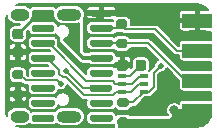
<source format=gbl>
G04 #@! TF.GenerationSoftware,KiCad,Pcbnew,5.1.9+dfsg1-1+deb11u1*
G04 #@! TF.CreationDate,2023-05-18T20:17:31+02:00*
G04 #@! TF.ProjectId,base,62617365-2e6b-4696-9361-645f70636258,rev?*
G04 #@! TF.SameCoordinates,Original*
G04 #@! TF.FileFunction,Copper,L2,Bot*
G04 #@! TF.FilePolarity,Positive*
%FSLAX46Y46*%
G04 Gerber Fmt 4.6, Leading zero omitted, Abs format (unit mm)*
G04 Created by KiCad (PCBNEW 5.1.9+dfsg1-1+deb11u1) date 2023-05-18 20:17:31*
%MOMM*%
%LPD*%
G01*
G04 APERTURE LIST*
G04 #@! TA.AperFunction,SMDPad,CuDef*
%ADD10R,2.500000X1.250000*%
G04 #@! TD*
G04 #@! TA.AperFunction,ComponentPad*
%ADD11O,1.600000X1.000000*%
G04 #@! TD*
G04 #@! TA.AperFunction,ComponentPad*
%ADD12O,2.100000X1.000000*%
G04 #@! TD*
G04 #@! TA.AperFunction,SMDPad,CuDef*
%ADD13R,0.650000X0.400000*%
G04 #@! TD*
G04 #@! TA.AperFunction,ViaPad*
%ADD14C,0.500000*%
G04 #@! TD*
G04 #@! TA.AperFunction,ViaPad*
%ADD15C,0.800000*%
G04 #@! TD*
G04 #@! TA.AperFunction,Conductor*
%ADD16C,0.250000*%
G04 #@! TD*
G04 #@! TA.AperFunction,Conductor*
%ADD17C,0.200000*%
G04 #@! TD*
G04 #@! TA.AperFunction,Conductor*
%ADD18C,0.350000*%
G04 #@! TD*
G04 #@! TA.AperFunction,Conductor*
%ADD19C,0.100000*%
G04 #@! TD*
G04 APERTURE END LIST*
G04 #@! TA.AperFunction,SMDPad,CuDef*
G36*
G01*
X7975000Y-3525000D02*
X7425000Y-3525000D01*
G75*
G02*
X7225000Y-3325000I0J200000D01*
G01*
X7225000Y-2925000D01*
G75*
G02*
X7425000Y-2725000I200000J0D01*
G01*
X7975000Y-2725000D01*
G75*
G02*
X8175000Y-2925000I0J-200000D01*
G01*
X8175000Y-3325000D01*
G75*
G02*
X7975000Y-3525000I-200000J0D01*
G01*
G37*
G04 #@! TD.AperFunction*
G04 #@! TA.AperFunction,SMDPad,CuDef*
G36*
G01*
X7975000Y-5175000D02*
X7425000Y-5175000D01*
G75*
G02*
X7225000Y-4975000I0J200000D01*
G01*
X7225000Y-4575000D01*
G75*
G02*
X7425000Y-4375000I200000J0D01*
G01*
X7975000Y-4375000D01*
G75*
G02*
X8175000Y-4575000I0J-200000D01*
G01*
X8175000Y-4975000D01*
G75*
G02*
X7975000Y-5175000I-200000J0D01*
G01*
G37*
G04 #@! TD.AperFunction*
G04 #@! TA.AperFunction,SMDPad,CuDef*
G36*
G01*
X8115000Y280000D02*
X8115000Y-220000D01*
G75*
G02*
X7890000Y-445000I-225000J0D01*
G01*
X7440000Y-445000D01*
G75*
G02*
X7215000Y-220000I0J225000D01*
G01*
X7215000Y280000D01*
G75*
G02*
X7440000Y505000I225000J0D01*
G01*
X7890000Y505000D01*
G75*
G02*
X8115000Y280000I0J-225000D01*
G01*
G37*
G04 #@! TD.AperFunction*
G04 #@! TA.AperFunction,SMDPad,CuDef*
G36*
G01*
X9665000Y280000D02*
X9665000Y-220000D01*
G75*
G02*
X9440000Y-445000I-225000J0D01*
G01*
X8990000Y-445000D01*
G75*
G02*
X8765000Y-220000I0J225000D01*
G01*
X8765000Y280000D01*
G75*
G02*
X8990000Y505000I225000J0D01*
G01*
X9440000Y505000D01*
G75*
G02*
X9665000Y280000I0J-225000D01*
G01*
G37*
G04 #@! TD.AperFunction*
G04 #@! TA.AperFunction,SMDPad,CuDef*
G36*
G01*
X7325000Y3915000D02*
X7875000Y3915000D01*
G75*
G02*
X8075000Y3715000I0J-200000D01*
G01*
X8075000Y3315000D01*
G75*
G02*
X7875000Y3115000I-200000J0D01*
G01*
X7325000Y3115000D01*
G75*
G02*
X7125000Y3315000I0J200000D01*
G01*
X7125000Y3715000D01*
G75*
G02*
X7325000Y3915000I200000J0D01*
G01*
G37*
G04 #@! TD.AperFunction*
G04 #@! TA.AperFunction,SMDPad,CuDef*
G36*
G01*
X7325000Y2265000D02*
X7875000Y2265000D01*
G75*
G02*
X8075000Y2065000I0J-200000D01*
G01*
X8075000Y1665000D01*
G75*
G02*
X7875000Y1465000I-200000J0D01*
G01*
X7325000Y1465000D01*
G75*
G02*
X7125000Y1665000I0J200000D01*
G01*
X7125000Y2065000D01*
G75*
G02*
X7325000Y2265000I200000J0D01*
G01*
G37*
G04 #@! TD.AperFunction*
D10*
X14000000Y-3810000D03*
X14000000Y-1270000D03*
X14000000Y1270000D03*
X14000000Y3810000D03*
D11*
X-1050000Y-4320000D03*
X-1050000Y4320000D03*
D12*
X3130000Y4320000D03*
X3130000Y-4320000D03*
G04 #@! TA.AperFunction,SMDPad,CuDef*
G36*
G01*
X6850000Y4595000D02*
X6850000Y4295000D01*
G75*
G02*
X6700000Y4145000I-150000J0D01*
G01*
X5050000Y4145000D01*
G75*
G02*
X4900000Y4295000I0J150000D01*
G01*
X4900000Y4595000D01*
G75*
G02*
X5050000Y4745000I150000J0D01*
G01*
X6700000Y4745000D01*
G75*
G02*
X6850000Y4595000I0J-150000D01*
G01*
G37*
G04 #@! TD.AperFunction*
G04 #@! TA.AperFunction,SMDPad,CuDef*
G36*
G01*
X6850000Y3325000D02*
X6850000Y3025000D01*
G75*
G02*
X6700000Y2875000I-150000J0D01*
G01*
X5050000Y2875000D01*
G75*
G02*
X4900000Y3025000I0J150000D01*
G01*
X4900000Y3325000D01*
G75*
G02*
X5050000Y3475000I150000J0D01*
G01*
X6700000Y3475000D01*
G75*
G02*
X6850000Y3325000I0J-150000D01*
G01*
G37*
G04 #@! TD.AperFunction*
G04 #@! TA.AperFunction,SMDPad,CuDef*
G36*
G01*
X6850000Y2055000D02*
X6850000Y1755000D01*
G75*
G02*
X6700000Y1605000I-150000J0D01*
G01*
X5050000Y1605000D01*
G75*
G02*
X4900000Y1755000I0J150000D01*
G01*
X4900000Y2055000D01*
G75*
G02*
X5050000Y2205000I150000J0D01*
G01*
X6700000Y2205000D01*
G75*
G02*
X6850000Y2055000I0J-150000D01*
G01*
G37*
G04 #@! TD.AperFunction*
G04 #@! TA.AperFunction,SMDPad,CuDef*
G36*
G01*
X6850000Y785000D02*
X6850000Y485000D01*
G75*
G02*
X6700000Y335000I-150000J0D01*
G01*
X5050000Y335000D01*
G75*
G02*
X4900000Y485000I0J150000D01*
G01*
X4900000Y785000D01*
G75*
G02*
X5050000Y935000I150000J0D01*
G01*
X6700000Y935000D01*
G75*
G02*
X6850000Y785000I0J-150000D01*
G01*
G37*
G04 #@! TD.AperFunction*
G04 #@! TA.AperFunction,SMDPad,CuDef*
G36*
G01*
X6850000Y-485000D02*
X6850000Y-785000D01*
G75*
G02*
X6700000Y-935000I-150000J0D01*
G01*
X5050000Y-935000D01*
G75*
G02*
X4900000Y-785000I0J150000D01*
G01*
X4900000Y-485000D01*
G75*
G02*
X5050000Y-335000I150000J0D01*
G01*
X6700000Y-335000D01*
G75*
G02*
X6850000Y-485000I0J-150000D01*
G01*
G37*
G04 #@! TD.AperFunction*
G04 #@! TA.AperFunction,SMDPad,CuDef*
G36*
G01*
X6775000Y-1755000D02*
X6775000Y-2055000D01*
G75*
G02*
X6625000Y-2205000I-150000J0D01*
G01*
X5025000Y-2205000D01*
G75*
G02*
X4875000Y-2055000I0J150000D01*
G01*
X4875000Y-1755000D01*
G75*
G02*
X5025000Y-1605000I150000J0D01*
G01*
X6625000Y-1605000D01*
G75*
G02*
X6775000Y-1755000I0J-150000D01*
G01*
G37*
G04 #@! TD.AperFunction*
G04 #@! TA.AperFunction,SMDPad,CuDef*
G36*
G01*
X6850000Y-3025000D02*
X6850000Y-3325000D01*
G75*
G02*
X6700000Y-3475000I-150000J0D01*
G01*
X5050000Y-3475000D01*
G75*
G02*
X4900000Y-3325000I0J150000D01*
G01*
X4900000Y-3025000D01*
G75*
G02*
X5050000Y-2875000I150000J0D01*
G01*
X6700000Y-2875000D01*
G75*
G02*
X6850000Y-3025000I0J-150000D01*
G01*
G37*
G04 #@! TD.AperFunction*
G04 #@! TA.AperFunction,SMDPad,CuDef*
G36*
G01*
X6850000Y-4295000D02*
X6850000Y-4595000D01*
G75*
G02*
X6700000Y-4745000I-150000J0D01*
G01*
X5050000Y-4745000D01*
G75*
G02*
X4900000Y-4595000I0J150000D01*
G01*
X4900000Y-4295000D01*
G75*
G02*
X5050000Y-4145000I150000J0D01*
G01*
X6700000Y-4145000D01*
G75*
G02*
X6850000Y-4295000I0J-150000D01*
G01*
G37*
G04 #@! TD.AperFunction*
G04 #@! TA.AperFunction,SMDPad,CuDef*
G36*
G01*
X1875000Y-4295000D02*
X1875000Y-4595000D01*
G75*
G02*
X1725000Y-4745000I-150000J0D01*
G01*
X125000Y-4745000D01*
G75*
G02*
X-25000Y-4595000I0J150000D01*
G01*
X-25000Y-4295000D01*
G75*
G02*
X125000Y-4145000I150000J0D01*
G01*
X1725000Y-4145000D01*
G75*
G02*
X1875000Y-4295000I0J-150000D01*
G01*
G37*
G04 #@! TD.AperFunction*
G04 #@! TA.AperFunction,SMDPad,CuDef*
G36*
G01*
X1900000Y-3025000D02*
X1900000Y-3325000D01*
G75*
G02*
X1750000Y-3475000I-150000J0D01*
G01*
X100000Y-3475000D01*
G75*
G02*
X-50000Y-3325000I0J150000D01*
G01*
X-50000Y-3025000D01*
G75*
G02*
X100000Y-2875000I150000J0D01*
G01*
X1750000Y-2875000D01*
G75*
G02*
X1900000Y-3025000I0J-150000D01*
G01*
G37*
G04 #@! TD.AperFunction*
G04 #@! TA.AperFunction,SMDPad,CuDef*
G36*
G01*
X1900000Y-1755000D02*
X1900000Y-2055000D01*
G75*
G02*
X1750000Y-2205000I-150000J0D01*
G01*
X100000Y-2205000D01*
G75*
G02*
X-50000Y-2055000I0J150000D01*
G01*
X-50000Y-1755000D01*
G75*
G02*
X100000Y-1605000I150000J0D01*
G01*
X1750000Y-1605000D01*
G75*
G02*
X1900000Y-1755000I0J-150000D01*
G01*
G37*
G04 #@! TD.AperFunction*
G04 #@! TA.AperFunction,SMDPad,CuDef*
G36*
G01*
X1900000Y-485000D02*
X1900000Y-785000D01*
G75*
G02*
X1750000Y-935000I-150000J0D01*
G01*
X100000Y-935000D01*
G75*
G02*
X-50000Y-785000I0J150000D01*
G01*
X-50000Y-485000D01*
G75*
G02*
X100000Y-335000I150000J0D01*
G01*
X1750000Y-335000D01*
G75*
G02*
X1900000Y-485000I0J-150000D01*
G01*
G37*
G04 #@! TD.AperFunction*
G04 #@! TA.AperFunction,SMDPad,CuDef*
G36*
G01*
X1900000Y785000D02*
X1900000Y485000D01*
G75*
G02*
X1750000Y335000I-150000J0D01*
G01*
X100000Y335000D01*
G75*
G02*
X-50000Y485000I0J150000D01*
G01*
X-50000Y785000D01*
G75*
G02*
X100000Y935000I150000J0D01*
G01*
X1750000Y935000D01*
G75*
G02*
X1900000Y785000I0J-150000D01*
G01*
G37*
G04 #@! TD.AperFunction*
G04 #@! TA.AperFunction,SMDPad,CuDef*
G36*
G01*
X1900000Y2055000D02*
X1900000Y1755000D01*
G75*
G02*
X1750000Y1605000I-150000J0D01*
G01*
X100000Y1605000D01*
G75*
G02*
X-50000Y1755000I0J150000D01*
G01*
X-50000Y2055000D01*
G75*
G02*
X100000Y2205000I150000J0D01*
G01*
X1750000Y2205000D01*
G75*
G02*
X1900000Y2055000I0J-150000D01*
G01*
G37*
G04 #@! TD.AperFunction*
G04 #@! TA.AperFunction,SMDPad,CuDef*
G36*
G01*
X1875000Y3325000D02*
X1875000Y3025000D01*
G75*
G02*
X1725000Y2875000I-150000J0D01*
G01*
X125000Y2875000D01*
G75*
G02*
X-25000Y3025000I0J150000D01*
G01*
X-25000Y3325000D01*
G75*
G02*
X125000Y3475000I150000J0D01*
G01*
X1725000Y3475000D01*
G75*
G02*
X1875000Y3325000I0J-150000D01*
G01*
G37*
G04 #@! TD.AperFunction*
G04 #@! TA.AperFunction,SMDPad,CuDef*
G36*
G01*
X1875000Y4595000D02*
X1875000Y4295000D01*
G75*
G02*
X1725000Y4145000I-150000J0D01*
G01*
X125000Y4145000D01*
G75*
G02*
X-25000Y4295000I0J150000D01*
G01*
X-25000Y4595000D01*
G75*
G02*
X125000Y4745000I150000J0D01*
G01*
X1725000Y4745000D01*
G75*
G02*
X1875000Y4595000I0J-150000D01*
G01*
G37*
G04 #@! TD.AperFunction*
D13*
X7600000Y-2200000D03*
X7600000Y-900000D03*
X9500000Y-1550000D03*
X7600000Y-1550000D03*
X9500000Y-900000D03*
X9500000Y-2200000D03*
G04 #@! TA.AperFunction,SMDPad,CuDef*
G36*
G01*
X-925000Y-2825000D02*
X-1475000Y-2825000D01*
G75*
G02*
X-1675000Y-2625000I0J200000D01*
G01*
X-1675000Y-2225000D01*
G75*
G02*
X-1475000Y-2025000I200000J0D01*
G01*
X-925000Y-2025000D01*
G75*
G02*
X-725000Y-2225000I0J-200000D01*
G01*
X-725000Y-2625000D01*
G75*
G02*
X-925000Y-2825000I-200000J0D01*
G01*
G37*
G04 #@! TD.AperFunction*
G04 #@! TA.AperFunction,SMDPad,CuDef*
G36*
G01*
X-925000Y-1175000D02*
X-1475000Y-1175000D01*
G75*
G02*
X-1675000Y-975000I0J200000D01*
G01*
X-1675000Y-575000D01*
G75*
G02*
X-1475000Y-375000I200000J0D01*
G01*
X-925000Y-375000D01*
G75*
G02*
X-725000Y-575000I0J-200000D01*
G01*
X-725000Y-975000D01*
G75*
G02*
X-925000Y-1175000I-200000J0D01*
G01*
G37*
G04 #@! TD.AperFunction*
G04 #@! TA.AperFunction,SMDPad,CuDef*
G36*
G01*
X-1450000Y3125000D02*
X-950000Y3125000D01*
G75*
G02*
X-725000Y2900000I0J-225000D01*
G01*
X-725000Y2450000D01*
G75*
G02*
X-950000Y2225000I-225000J0D01*
G01*
X-1450000Y2225000D01*
G75*
G02*
X-1675000Y2450000I0J225000D01*
G01*
X-1675000Y2900000D01*
G75*
G02*
X-1450000Y3125000I225000J0D01*
G01*
G37*
G04 #@! TD.AperFunction*
G04 #@! TA.AperFunction,SMDPad,CuDef*
G36*
G01*
X-1450000Y1575000D02*
X-950000Y1575000D01*
G75*
G02*
X-725000Y1350000I0J-225000D01*
G01*
X-725000Y900000D01*
G75*
G02*
X-950000Y675000I-225000J0D01*
G01*
X-1450000Y675000D01*
G75*
G02*
X-1675000Y900000I0J225000D01*
G01*
X-1675000Y1350000D01*
G75*
G02*
X-1450000Y1575000I225000J0D01*
G01*
G37*
G04 #@! TD.AperFunction*
D14*
X4554225Y3948203D03*
X-550000Y-3350000D03*
X9100000Y-3940000D03*
X12250000Y290000D03*
X11300000Y1250000D03*
X8590000Y3620000D03*
X4500000Y-4900000D03*
X4550000Y-3900000D03*
X-550000Y1900000D03*
X11090000Y-3950000D03*
X10400000Y500000D03*
X11040000Y3370000D03*
X8510000Y2500000D03*
X8600000Y1350000D03*
X8180000Y4980000D03*
X11400000Y-500000D03*
X10400000Y-3080000D03*
X12290000Y2020000D03*
X12030000Y-2270000D03*
D15*
X12050000Y-3799999D03*
D14*
X6600000Y650000D03*
X5150000Y-660000D03*
X2893081Y-457694D03*
X2409444Y-1555543D03*
X9050000Y-200000D03*
X10880269Y-19731D03*
D16*
X5378203Y3948203D02*
X5875000Y4445000D01*
X4554225Y3948203D02*
X5378203Y3948203D01*
X-1100000Y-2800000D02*
X-550000Y-3350000D01*
X-1100000Y-2512500D02*
X-1100000Y-2800000D01*
X7579998Y30000D02*
X7300000Y-249998D01*
X7665000Y30000D02*
X7579998Y30000D01*
D17*
X10430000Y3070000D02*
X12230000Y1270000D01*
X7850000Y3070000D02*
X10430000Y3070000D01*
X7610000Y3335000D02*
X7610000Y3310000D01*
X7610000Y3310000D02*
X7850000Y3070000D01*
X7450000Y3175000D02*
X7610000Y3335000D01*
X12230000Y1270000D02*
X13000000Y1270000D01*
X5875000Y3175000D02*
X7450000Y3175000D01*
X13000000Y-1270000D02*
X9825000Y1905000D01*
X9825000Y1905000D02*
X5875000Y1905000D01*
D16*
X-1100000Y2803260D02*
X-1100000Y2762500D01*
X496740Y4400000D02*
X-1100000Y2803260D01*
X880000Y4400000D02*
X496740Y4400000D01*
X925000Y4445000D02*
X880000Y4400000D01*
X-867510Y2530010D02*
X-1100000Y2762500D01*
D18*
X13000000Y-3810000D02*
X12060001Y-3810000D01*
X12060001Y-3810000D02*
X12050000Y-3799999D01*
X11740684Y-4675000D02*
X11095000Y-4675000D01*
X12050000Y-4365684D02*
X11740684Y-4675000D01*
X12050000Y-3799999D02*
X12050000Y-4365684D01*
X11095000Y-4675000D02*
X7750000Y-4675000D01*
X925000Y4445000D02*
X1270000Y4100000D01*
X1270000Y4100000D02*
X1270000Y3850010D01*
X4318000Y635000D02*
X3683000Y1270000D01*
X5875000Y635000D02*
X4318000Y635000D01*
X5890000Y650000D02*
X5875000Y635000D01*
X6550000Y650000D02*
X5890000Y650000D01*
D16*
X6485000Y635000D02*
X5875000Y635000D01*
D17*
X5435000Y-635000D02*
X5400000Y-600000D01*
X5875000Y-635000D02*
X5435000Y-635000D01*
X4340387Y-1905000D02*
X2893081Y-457694D01*
X5875000Y-1905000D02*
X4340387Y-1905000D01*
X-1100000Y-687500D02*
X-537500Y-1250000D01*
X2103901Y-1250000D02*
X2409444Y-1555543D01*
X-537500Y-1250000D02*
X2103901Y-1250000D01*
X8381397Y-2200000D02*
X7600000Y-2200000D01*
X9031397Y-1550000D02*
X8381397Y-2200000D01*
X9500000Y-1550000D02*
X9031397Y-1550000D01*
X940000Y650000D02*
X925000Y635000D01*
X2300000Y-678615D02*
X2629080Y-1007695D01*
X1266412Y635000D02*
X2300000Y-398588D01*
X2300000Y-398588D02*
X2300000Y-678615D01*
X925000Y635000D02*
X1266412Y635000D01*
X6834990Y-2505010D02*
X7140000Y-2200000D01*
X2629080Y-1007695D02*
X2877384Y-1007695D01*
X4374699Y-2505010D02*
X6834990Y-2505010D01*
X2877384Y-1007695D02*
X4374699Y-2505010D01*
X7140000Y-2200000D02*
X7600000Y-2200000D01*
X925000Y1905000D02*
X1653608Y1905000D01*
X7600000Y-1550000D02*
X8465699Y-1550000D01*
X9115699Y-900000D02*
X9500000Y-900000D01*
X8465699Y-1550000D02*
X9115699Y-900000D01*
X1395000Y1905000D02*
X4604990Y-1304990D01*
X7056412Y-1550000D02*
X7600000Y-1550000D01*
X6811402Y-1304990D02*
X7056412Y-1550000D01*
X4604990Y-1304990D02*
X6811402Y-1304990D01*
X925000Y1905000D02*
X1395000Y1905000D01*
X7665000Y-835000D02*
X7600000Y-900000D01*
X8285000Y-900000D02*
X7600000Y-900000D01*
X9215000Y30000D02*
X8285000Y-900000D01*
X10300000Y-600000D02*
X10880269Y-19731D01*
X10300000Y-1815002D02*
X10300000Y-600000D01*
X9915002Y-2200000D02*
X10300000Y-1815002D01*
X9500000Y-2200000D02*
X9915002Y-2200000D01*
X8575000Y-3125000D02*
X9500000Y-2200000D01*
X7700000Y-3125000D02*
X8575000Y-3125000D01*
X14227922Y5151094D02*
X14447165Y5084900D01*
X14649370Y4977386D01*
X14826847Y4832639D01*
X14906823Y4735964D01*
X14229000Y4735000D01*
X14154000Y4660000D01*
X14154000Y3964000D01*
X14174000Y3964000D01*
X14174000Y3656000D01*
X14154000Y3656000D01*
X14154000Y2960000D01*
X14229000Y2885000D01*
X15175000Y2883655D01*
X15175000Y2196451D01*
X12750000Y2196451D01*
X12691190Y2190659D01*
X12634640Y2173504D01*
X12582523Y2145647D01*
X12536842Y2108158D01*
X12499353Y2062477D01*
X12471496Y2010360D01*
X12454341Y1953810D01*
X12448549Y1895000D01*
X12448549Y1670000D01*
X12395685Y1670000D01*
X10880685Y3185000D01*
X12448548Y3185000D01*
X12454340Y3126190D01*
X12471495Y3069639D01*
X12499352Y3017522D01*
X12536841Y2971841D01*
X12582522Y2934352D01*
X12634639Y2906495D01*
X12691190Y2889340D01*
X12750000Y2883548D01*
X13771000Y2885000D01*
X13846000Y2960000D01*
X13846000Y3656000D01*
X12525000Y3656000D01*
X12450000Y3581000D01*
X12448548Y3185000D01*
X10880685Y3185000D01*
X10726735Y3338950D01*
X10714211Y3354211D01*
X10653303Y3404197D01*
X10583814Y3441340D01*
X10508414Y3464212D01*
X10449647Y3470000D01*
X10449646Y3470000D01*
X10430000Y3471935D01*
X10410354Y3470000D01*
X8376451Y3470000D01*
X8376451Y3715000D01*
X8366816Y3812828D01*
X8338280Y3906897D01*
X8291941Y3993591D01*
X8229579Y4069579D01*
X8153591Y4131941D01*
X8066897Y4178280D01*
X7972828Y4206816D01*
X7875000Y4216451D01*
X7325000Y4216451D01*
X7227172Y4206816D01*
X7150662Y4183607D01*
X7150000Y4216000D01*
X7075000Y4291000D01*
X6029000Y4291000D01*
X6029000Y3920000D01*
X6104000Y3845000D01*
X6842507Y3843563D01*
X6833184Y3812828D01*
X6827567Y3755796D01*
X6788074Y3767776D01*
X6700000Y3776451D01*
X5050000Y3776451D01*
X4961926Y3767776D01*
X4877237Y3742086D01*
X4799187Y3700368D01*
X4730776Y3644224D01*
X4674632Y3575813D01*
X4632914Y3497763D01*
X4607224Y3413074D01*
X4598549Y3325000D01*
X4598549Y3025000D01*
X4607224Y2936926D01*
X4632914Y2852237D01*
X4674632Y2774187D01*
X4730776Y2705776D01*
X4799187Y2649632D01*
X4877237Y2607914D01*
X4961926Y2582224D01*
X5050000Y2573549D01*
X6700000Y2573549D01*
X6788074Y2582224D01*
X6872763Y2607914D01*
X6950813Y2649632D01*
X7019224Y2705776D01*
X7075368Y2774187D01*
X7075803Y2775000D01*
X7430354Y2775000D01*
X7450000Y2773065D01*
X7469646Y2775000D01*
X7469647Y2775000D01*
X7528414Y2780788D01*
X7561625Y2790862D01*
X7565789Y2785789D01*
X7626697Y2735803D01*
X7696186Y2698660D01*
X7771586Y2675788D01*
X7830353Y2670000D01*
X7830363Y2670000D01*
X7849999Y2668066D01*
X7869635Y2670000D01*
X10264315Y2670000D01*
X11933263Y1001052D01*
X11945789Y985789D01*
X12006697Y935803D01*
X12076186Y898660D01*
X12151586Y875788D01*
X12210353Y870000D01*
X12210363Y870000D01*
X12229999Y868066D01*
X12249635Y870000D01*
X12448549Y870000D01*
X12448549Y645000D01*
X12454341Y586190D01*
X12471496Y529640D01*
X12499353Y477523D01*
X12536842Y431842D01*
X12582523Y394353D01*
X12634640Y366496D01*
X12691190Y349341D01*
X12750000Y343549D01*
X15175000Y343549D01*
X15175001Y-343549D01*
X12750000Y-343549D01*
X12691190Y-349341D01*
X12655771Y-360086D01*
X10121737Y2173948D01*
X10109211Y2189211D01*
X10048303Y2239197D01*
X9978814Y2276340D01*
X9903414Y2299212D01*
X9844647Y2305000D01*
X9844646Y2305000D01*
X9825000Y2306935D01*
X9805354Y2305000D01*
X8312568Y2305000D01*
X8291941Y2343591D01*
X8229579Y2419579D01*
X8153591Y2481941D01*
X8066897Y2528280D01*
X7972828Y2556816D01*
X7875000Y2566451D01*
X7325000Y2566451D01*
X7227172Y2556816D01*
X7133103Y2528280D01*
X7046409Y2481941D01*
X6970421Y2419579D01*
X6967820Y2416410D01*
X6950813Y2430368D01*
X6872763Y2472086D01*
X6788074Y2497776D01*
X6700000Y2506451D01*
X5050000Y2506451D01*
X4961926Y2497776D01*
X4877237Y2472086D01*
X4799187Y2430368D01*
X4730776Y2374224D01*
X4674632Y2305813D01*
X4632914Y2227763D01*
X4607224Y2143074D01*
X4598549Y2055000D01*
X4598549Y1755000D01*
X4607224Y1666926D01*
X4632914Y1582237D01*
X4674632Y1504187D01*
X4730776Y1435776D01*
X4799187Y1379632D01*
X4877237Y1337914D01*
X4961926Y1312224D01*
X5050000Y1303549D01*
X6700000Y1303549D01*
X6788074Y1312224D01*
X6872763Y1337914D01*
X6924961Y1365814D01*
X6970421Y1310421D01*
X7046409Y1248059D01*
X7133103Y1201720D01*
X7227172Y1173184D01*
X7325000Y1163549D01*
X7875000Y1163549D01*
X7972828Y1173184D01*
X8066897Y1201720D01*
X8153591Y1248059D01*
X8229579Y1310421D01*
X8291941Y1386409D01*
X8338280Y1473103D01*
X8347956Y1505000D01*
X9659315Y1505000D01*
X10674120Y490195D01*
X10619746Y467672D01*
X10529665Y407482D01*
X10453056Y330873D01*
X10392866Y240792D01*
X10351405Y140698D01*
X10330269Y34439D01*
X10330269Y-4045D01*
X10031047Y-303268D01*
X10015790Y-315789D01*
X10003268Y-331047D01*
X10003265Y-331050D01*
X9965803Y-376698D01*
X9941525Y-422119D01*
X9940360Y-421496D01*
X9927546Y-417609D01*
X9956335Y-322705D01*
X9966451Y-220000D01*
X9966451Y280000D01*
X9956335Y382705D01*
X9926377Y481464D01*
X9877728Y572481D01*
X9812257Y652257D01*
X9732481Y717728D01*
X9641464Y766377D01*
X9542705Y796335D01*
X9440000Y806451D01*
X8990000Y806451D01*
X8887295Y796335D01*
X8788536Y766377D01*
X8697519Y717728D01*
X8617743Y652257D01*
X8552272Y572481D01*
X8503623Y481464D01*
X8473665Y382705D01*
X8463549Y280000D01*
X8463549Y-155766D01*
X8415031Y-204284D01*
X8415000Y-199000D01*
X8340000Y-124000D01*
X7819000Y-124000D01*
X7819000Y-144000D01*
X7511000Y-144000D01*
X7511000Y-124000D01*
X6990000Y-124000D01*
X6980228Y-133772D01*
X6950813Y-109632D01*
X6872763Y-67914D01*
X6788074Y-42224D01*
X6700000Y-33549D01*
X5050000Y-33549D01*
X4961926Y-42224D01*
X4877237Y-67914D01*
X4799187Y-109632D01*
X4730776Y-165776D01*
X4674632Y-234187D01*
X4632914Y-312237D01*
X4607224Y-396926D01*
X4598549Y-485000D01*
X4598549Y-732864D01*
X2193312Y1672373D01*
X2201451Y1755000D01*
X2201451Y2055000D01*
X2192776Y2143074D01*
X2167086Y2227763D01*
X2125368Y2305813D01*
X2069224Y2374224D01*
X2000813Y2430368D01*
X1922763Y2472086D01*
X1838074Y2497776D01*
X1750000Y2506451D01*
X100000Y2506451D01*
X11926Y2497776D01*
X-72763Y2472086D01*
X-150813Y2430368D01*
X-219224Y2374224D01*
X-275368Y2305813D01*
X-317086Y2227763D01*
X-342776Y2143074D01*
X-351451Y2055000D01*
X-351451Y1755000D01*
X-342776Y1666926D01*
X-317086Y1582237D01*
X-275368Y1504187D01*
X-219224Y1435776D01*
X-150813Y1379632D01*
X-72763Y1337914D01*
X11926Y1312224D01*
X100000Y1303549D01*
X1430766Y1303549D01*
X1497864Y1236451D01*
X100000Y1236451D01*
X11926Y1227776D01*
X-72763Y1202086D01*
X-150813Y1160368D01*
X-219224Y1104224D01*
X-275368Y1035813D01*
X-317086Y957763D01*
X-342776Y873074D01*
X-351451Y785000D01*
X-351451Y485000D01*
X-342776Y396926D01*
X-317086Y312237D01*
X-275368Y234187D01*
X-219224Y165776D01*
X-150813Y109632D01*
X-72763Y67914D01*
X11926Y42224D01*
X100000Y33549D01*
X1302178Y33549D01*
X1369276Y-33549D01*
X100000Y-33549D01*
X11926Y-42224D01*
X-72763Y-67914D01*
X-150813Y-109632D01*
X-219224Y-165776D01*
X-275368Y-234187D01*
X-317086Y-312237D01*
X-342776Y-396926D01*
X-351451Y-485000D01*
X-351451Y-785000D01*
X-345049Y-850000D01*
X-371814Y-850000D01*
X-423549Y-798265D01*
X-423549Y-575000D01*
X-433184Y-477172D01*
X-461720Y-383103D01*
X-508059Y-296409D01*
X-570421Y-220421D01*
X-646409Y-158059D01*
X-733103Y-111720D01*
X-827172Y-83184D01*
X-925000Y-73549D01*
X-1475000Y-73549D01*
X-1572828Y-83184D01*
X-1666897Y-111720D01*
X-1753591Y-158059D01*
X-1829579Y-220421D01*
X-1891941Y-296409D01*
X-1938280Y-383103D01*
X-1966816Y-477172D01*
X-1976451Y-575000D01*
X-1976451Y-975000D01*
X-1966816Y-1072828D01*
X-1938280Y-1166897D01*
X-1891941Y-1253591D01*
X-1829579Y-1329579D01*
X-1753591Y-1391941D01*
X-1666897Y-1438280D01*
X-1572828Y-1466816D01*
X-1475000Y-1476451D01*
X-925000Y-1476451D01*
X-881062Y-1472124D01*
X-834233Y-1518953D01*
X-821711Y-1534211D01*
X-806453Y-1546733D01*
X-806451Y-1546735D01*
X-802472Y-1550000D01*
X-760803Y-1584197D01*
X-691314Y-1621340D01*
X-615914Y-1644212D01*
X-557147Y-1650000D01*
X-557137Y-1650000D01*
X-537501Y-1651934D01*
X-517865Y-1650000D01*
X-337642Y-1650000D01*
X-342776Y-1666926D01*
X-351451Y-1755000D01*
X-351451Y-2055000D01*
X-342776Y-2143074D01*
X-317086Y-2227763D01*
X-275368Y-2305813D01*
X-219224Y-2374224D01*
X-150813Y-2430368D01*
X-72763Y-2472086D01*
X11926Y-2497776D01*
X100000Y-2506451D01*
X1750000Y-2506451D01*
X1838074Y-2497776D01*
X1922763Y-2472086D01*
X2000813Y-2430368D01*
X2069224Y-2374224D01*
X2125368Y-2305813D01*
X2167086Y-2227763D01*
X2192776Y-2143074D01*
X2200533Y-2064325D01*
X2249015Y-2084407D01*
X2355274Y-2105543D01*
X2463614Y-2105543D01*
X2569873Y-2084407D01*
X2669967Y-2042946D01*
X2760048Y-1982756D01*
X2836657Y-1906147D01*
X2896847Y-1816066D01*
X2938308Y-1715972D01*
X2951857Y-1647854D01*
X4077966Y-2773963D01*
X4090488Y-2789221D01*
X4105746Y-2801743D01*
X4105748Y-2801745D01*
X4134085Y-2825000D01*
X4151396Y-2839207D01*
X4220885Y-2876350D01*
X4296285Y-2899222D01*
X4355052Y-2905010D01*
X4355062Y-2905010D01*
X4374698Y-2906944D01*
X4394334Y-2905010D01*
X4616906Y-2905010D01*
X4607224Y-2936926D01*
X4598549Y-3025000D01*
X4598549Y-3325000D01*
X4607224Y-3413074D01*
X4632914Y-3497763D01*
X4674632Y-3575813D01*
X4730776Y-3644224D01*
X4799187Y-3700368D01*
X4877237Y-3742086D01*
X4961926Y-3767776D01*
X5050000Y-3776451D01*
X6700000Y-3776451D01*
X6788074Y-3767776D01*
X6872763Y-3742086D01*
X6950813Y-3700368D01*
X7019224Y-3644224D01*
X7030315Y-3630710D01*
X7070421Y-3679579D01*
X7146409Y-3741941D01*
X7233103Y-3788280D01*
X7327172Y-3816816D01*
X7425000Y-3826451D01*
X7975000Y-3826451D01*
X8072828Y-3816816D01*
X8166897Y-3788280D01*
X8253591Y-3741941D01*
X8329579Y-3679579D01*
X8391941Y-3603591D01*
X8433949Y-3525000D01*
X8555354Y-3525000D01*
X8575000Y-3526935D01*
X8594646Y-3525000D01*
X8594647Y-3525000D01*
X8653414Y-3519212D01*
X8728814Y-3496340D01*
X8798303Y-3459197D01*
X8859211Y-3409211D01*
X8871737Y-3393948D01*
X9564234Y-2701451D01*
X9825000Y-2701451D01*
X9883810Y-2695659D01*
X9940360Y-2678504D01*
X9992477Y-2650647D01*
X10038158Y-2613158D01*
X10075337Y-2567854D01*
X10138305Y-2534197D01*
X10199213Y-2484211D01*
X10211739Y-2468948D01*
X10568949Y-2111738D01*
X10584211Y-2099213D01*
X10634197Y-2038305D01*
X10671340Y-1968816D01*
X10694212Y-1893416D01*
X10700000Y-1834649D01*
X10700000Y-1834639D01*
X10701934Y-1815003D01*
X10700000Y-1795367D01*
X10700000Y-765685D01*
X10895955Y-569731D01*
X10934439Y-569731D01*
X11040698Y-548595D01*
X11140792Y-507134D01*
X11230873Y-446944D01*
X11307482Y-370335D01*
X11367672Y-280254D01*
X11390195Y-225880D01*
X12448549Y-1284235D01*
X12448549Y-1895000D01*
X12454341Y-1953810D01*
X12471496Y-2010360D01*
X12499353Y-2062477D01*
X12536842Y-2108158D01*
X12582523Y-2145647D01*
X12634640Y-2173504D01*
X12691190Y-2190659D01*
X12750000Y-2196451D01*
X15175001Y-2196451D01*
X15175001Y-2883549D01*
X12750000Y-2883549D01*
X12691190Y-2889341D01*
X12634640Y-2906496D01*
X12582523Y-2934353D01*
X12536842Y-2971842D01*
X12499353Y-3017523D01*
X12471496Y-3069640D01*
X12454341Y-3126190D01*
X12448549Y-3185000D01*
X12448549Y-3224418D01*
X12381574Y-3179667D01*
X12254182Y-3126900D01*
X12118944Y-3099999D01*
X11981056Y-3099999D01*
X11845818Y-3126900D01*
X11718426Y-3179667D01*
X11603776Y-3256273D01*
X11506274Y-3353775D01*
X11429668Y-3468425D01*
X11376901Y-3595817D01*
X11350000Y-3731055D01*
X11350000Y-3868943D01*
X11376901Y-4004181D01*
X11429668Y-4131573D01*
X11475389Y-4200000D01*
X8304696Y-4200000D01*
X8253591Y-4158059D01*
X8166897Y-4111720D01*
X8072828Y-4083184D01*
X7975000Y-4073549D01*
X7425000Y-4073549D01*
X7327172Y-4083184D01*
X7233103Y-4111720D01*
X7146409Y-4158059D01*
X7131631Y-4170187D01*
X7117086Y-4122237D01*
X7075368Y-4044187D01*
X7019224Y-3975776D01*
X6950813Y-3919632D01*
X6872763Y-3877914D01*
X6788074Y-3852224D01*
X6700000Y-3843549D01*
X5050000Y-3843549D01*
X4961926Y-3852224D01*
X4877237Y-3877914D01*
X4799187Y-3919632D01*
X4730776Y-3975776D01*
X4674632Y-4044187D01*
X4632914Y-4122237D01*
X4607224Y-4206926D01*
X4598549Y-4295000D01*
X4598549Y-4595000D01*
X4607224Y-4683074D01*
X4632914Y-4767763D01*
X4674632Y-4845813D01*
X4730776Y-4914224D01*
X4799187Y-4970368D01*
X4877237Y-5012086D01*
X4961926Y-5037776D01*
X5050000Y-5046451D01*
X6700000Y-5046451D01*
X6788074Y-5037776D01*
X6872763Y-5012086D01*
X6924479Y-4984444D01*
X6933184Y-5072828D01*
X6961720Y-5166897D01*
X6966051Y-5175000D01*
X-984104Y-5175000D01*
X-1227922Y-5151094D01*
X-1330909Y-5120000D01*
X-710707Y-5120000D01*
X-593173Y-5108424D01*
X-442372Y-5062679D01*
X-303394Y-4988393D01*
X-201788Y-4905008D01*
X-194224Y-4914224D01*
X-125813Y-4970368D01*
X-47763Y-5012086D01*
X36926Y-5037776D01*
X125000Y-5046451D01*
X1725000Y-5046451D01*
X1813074Y-5037776D01*
X1897763Y-5012086D01*
X1975813Y-4970368D01*
X2043621Y-4914719D01*
X2133394Y-4988393D01*
X2272372Y-5062679D01*
X2423173Y-5108424D01*
X2540707Y-5120000D01*
X3719293Y-5120000D01*
X3836827Y-5108424D01*
X3987628Y-5062679D01*
X4126606Y-4988393D01*
X4248422Y-4888422D01*
X4348393Y-4766606D01*
X4422679Y-4627628D01*
X4468424Y-4476827D01*
X4483870Y-4320000D01*
X4468424Y-4163173D01*
X4422679Y-4012372D01*
X4348393Y-3873394D01*
X4248422Y-3751578D01*
X4126606Y-3651607D01*
X3987628Y-3577321D01*
X3836827Y-3531576D01*
X3719293Y-3520000D01*
X2540707Y-3520000D01*
X2423173Y-3531576D01*
X2272372Y-3577321D01*
X2133394Y-3651607D01*
X2011578Y-3751578D01*
X1911607Y-3873394D01*
X1906652Y-3882665D01*
X1897763Y-3877914D01*
X1813074Y-3852224D01*
X1725000Y-3843549D01*
X125000Y-3843549D01*
X36926Y-3852224D01*
X-47763Y-3877914D01*
X-72207Y-3890980D01*
X-81607Y-3873394D01*
X-181578Y-3751578D01*
X-303394Y-3651607D01*
X-442372Y-3577321D01*
X-593173Y-3531576D01*
X-710707Y-3520000D01*
X-1389293Y-3520000D01*
X-1506827Y-3531576D01*
X-1657628Y-3577321D01*
X-1796606Y-3651607D01*
X-1918422Y-3751578D01*
X-2018393Y-3873394D01*
X-2092679Y-4012372D01*
X-2138424Y-4163173D01*
X-2146529Y-4245469D01*
X-2149474Y-4235958D01*
X-2175000Y-3993085D01*
X-2175000Y-2825000D01*
X-1976452Y-2825000D01*
X-1970660Y-2883810D01*
X-1953505Y-2940361D01*
X-1925648Y-2992478D01*
X-1888159Y-3038159D01*
X-1842478Y-3075648D01*
X-1790361Y-3103505D01*
X-1733810Y-3120660D01*
X-1675000Y-3126452D01*
X-1429000Y-3125000D01*
X-1354000Y-3050000D01*
X-1354000Y-2579000D01*
X-1046000Y-2579000D01*
X-1046000Y-3050000D01*
X-971000Y-3125000D01*
X-725000Y-3126452D01*
X-666190Y-3120660D01*
X-609639Y-3103505D01*
X-557522Y-3075648D01*
X-511841Y-3038159D01*
X-501042Y-3025000D01*
X-351451Y-3025000D01*
X-351451Y-3325000D01*
X-342776Y-3413074D01*
X-317086Y-3497763D01*
X-275368Y-3575813D01*
X-219224Y-3644224D01*
X-150813Y-3700368D01*
X-72763Y-3742086D01*
X11926Y-3767776D01*
X100000Y-3776451D01*
X1750000Y-3776451D01*
X1838074Y-3767776D01*
X1922763Y-3742086D01*
X2000813Y-3700368D01*
X2069224Y-3644224D01*
X2125368Y-3575813D01*
X2167086Y-3497763D01*
X2192776Y-3413074D01*
X2196938Y-3370821D01*
X2201586Y-3375469D01*
X2303952Y-3443868D01*
X2417694Y-3490981D01*
X2538443Y-3515000D01*
X2661557Y-3515000D01*
X2782306Y-3490981D01*
X2896048Y-3443868D01*
X2998414Y-3375469D01*
X3085469Y-3288414D01*
X3153868Y-3186048D01*
X3200981Y-3072306D01*
X3225000Y-2951557D01*
X3225000Y-2828443D01*
X3200981Y-2707694D01*
X3153868Y-2593952D01*
X3085469Y-2491586D01*
X2998414Y-2404531D01*
X2896048Y-2336132D01*
X2782306Y-2289019D01*
X2661557Y-2265000D01*
X2538443Y-2265000D01*
X2417694Y-2289019D01*
X2303952Y-2336132D01*
X2201586Y-2404531D01*
X2114531Y-2491586D01*
X2046132Y-2593952D01*
X2017423Y-2663263D01*
X2000813Y-2649632D01*
X1922763Y-2607914D01*
X1838074Y-2582224D01*
X1750000Y-2573549D01*
X100000Y-2573549D01*
X11926Y-2582224D01*
X-72763Y-2607914D01*
X-150813Y-2649632D01*
X-219224Y-2705776D01*
X-275368Y-2774187D01*
X-317086Y-2852237D01*
X-342776Y-2936926D01*
X-351451Y-3025000D01*
X-501042Y-3025000D01*
X-474352Y-2992478D01*
X-446495Y-2940361D01*
X-429340Y-2883810D01*
X-423548Y-2825000D01*
X-425000Y-2654000D01*
X-500000Y-2579000D01*
X-1046000Y-2579000D01*
X-1354000Y-2579000D01*
X-1900000Y-2579000D01*
X-1975000Y-2654000D01*
X-1976452Y-2825000D01*
X-2175000Y-2825000D01*
X-2175000Y-2025000D01*
X-1976452Y-2025000D01*
X-1975000Y-2196000D01*
X-1900000Y-2271000D01*
X-1354000Y-2271000D01*
X-1354000Y-1800000D01*
X-1046000Y-1800000D01*
X-1046000Y-2271000D01*
X-500000Y-2271000D01*
X-425000Y-2196000D01*
X-423548Y-2025000D01*
X-429340Y-1966190D01*
X-446495Y-1909639D01*
X-474352Y-1857522D01*
X-511841Y-1811841D01*
X-557522Y-1774352D01*
X-609639Y-1746495D01*
X-666190Y-1729340D01*
X-725000Y-1723548D01*
X-971000Y-1725000D01*
X-1046000Y-1800000D01*
X-1354000Y-1800000D01*
X-1429000Y-1725000D01*
X-1675000Y-1723548D01*
X-1733810Y-1729340D01*
X-1790361Y-1746495D01*
X-1842478Y-1774352D01*
X-1888159Y-1811841D01*
X-1925648Y-1857522D01*
X-1953505Y-1909639D01*
X-1970660Y-1966190D01*
X-1976452Y-2025000D01*
X-2175000Y-2025000D01*
X-2175000Y675000D01*
X-1976452Y675000D01*
X-1970660Y616190D01*
X-1953505Y559639D01*
X-1925648Y507522D01*
X-1888159Y461841D01*
X-1842478Y424352D01*
X-1790361Y396495D01*
X-1733810Y379340D01*
X-1675000Y373548D01*
X-1429000Y375000D01*
X-1354000Y450000D01*
X-1354000Y971000D01*
X-1046000Y971000D01*
X-1046000Y450000D01*
X-971000Y375000D01*
X-725000Y373548D01*
X-666190Y379340D01*
X-609639Y396495D01*
X-557522Y424352D01*
X-511841Y461841D01*
X-474352Y507522D01*
X-446495Y559639D01*
X-429340Y616190D01*
X-423548Y675000D01*
X-425000Y896000D01*
X-500000Y971000D01*
X-1046000Y971000D01*
X-1354000Y971000D01*
X-1900000Y971000D01*
X-1975000Y896000D01*
X-1976452Y675000D01*
X-2175000Y675000D01*
X-2175000Y1575000D01*
X-1976452Y1575000D01*
X-1975000Y1354000D01*
X-1900000Y1279000D01*
X-1354000Y1279000D01*
X-1354000Y1800000D01*
X-1046000Y1800000D01*
X-1046000Y1279000D01*
X-500000Y1279000D01*
X-425000Y1354000D01*
X-423548Y1575000D01*
X-429340Y1633810D01*
X-446495Y1690361D01*
X-474352Y1742478D01*
X-511841Y1788159D01*
X-557522Y1825648D01*
X-609639Y1853505D01*
X-666190Y1870660D01*
X-725000Y1876452D01*
X-971000Y1875000D01*
X-1046000Y1800000D01*
X-1354000Y1800000D01*
X-1429000Y1875000D01*
X-1675000Y1876452D01*
X-1733810Y1870660D01*
X-1790361Y1853505D01*
X-1842478Y1825648D01*
X-1888159Y1788159D01*
X-1925648Y1742478D01*
X-1953505Y1690361D01*
X-1970660Y1633810D01*
X-1976452Y1575000D01*
X-2175000Y1575000D01*
X-2175000Y3984104D01*
X-2151094Y4227922D01*
X-2146349Y4243637D01*
X-2138424Y4163173D01*
X-2092679Y4012372D01*
X-2018393Y3873394D01*
X-1918422Y3751578D01*
X-1796606Y3651607D01*
X-1657628Y3577321D01*
X-1506827Y3531576D01*
X-1389293Y3520000D01*
X-984300Y3520000D01*
X-1077849Y3426451D01*
X-1450000Y3426451D01*
X-1552705Y3416335D01*
X-1651464Y3386377D01*
X-1742481Y3337728D01*
X-1822257Y3272257D01*
X-1887728Y3192481D01*
X-1936377Y3101464D01*
X-1966335Y3002705D01*
X-1976451Y2900000D01*
X-1976451Y2450000D01*
X-1966335Y2347295D01*
X-1936377Y2248536D01*
X-1887728Y2157519D01*
X-1822257Y2077743D01*
X-1742481Y2012272D01*
X-1651464Y1963623D01*
X-1552705Y1933665D01*
X-1450000Y1923549D01*
X-950000Y1923549D01*
X-847295Y1933665D01*
X-748536Y1963623D01*
X-657519Y2012272D01*
X-577743Y2077743D01*
X-512272Y2157519D01*
X-463623Y2248536D01*
X-433665Y2347295D01*
X-423549Y2450000D01*
X-423549Y2878671D01*
X-322037Y2980183D01*
X-317776Y2936926D01*
X-292086Y2852237D01*
X-250368Y2774187D01*
X-194224Y2705776D01*
X-125813Y2649632D01*
X-47763Y2607914D01*
X36926Y2582224D01*
X125000Y2573549D01*
X1725000Y2573549D01*
X1813074Y2582224D01*
X1897763Y2607914D01*
X1975813Y2649632D01*
X2011080Y2678575D01*
X2046132Y2593952D01*
X2114531Y2491586D01*
X2201586Y2404531D01*
X2300000Y2338773D01*
X2300000Y2108000D01*
X2305764Y2049473D01*
X2322836Y1993195D01*
X2350559Y1941329D01*
X2387868Y1895868D01*
X3319249Y964487D01*
X3330627Y950623D01*
X3965625Y315623D01*
X3980499Y297499D01*
X3998621Y282627D01*
X3998622Y282626D01*
X4052827Y238141D01*
X4135346Y194034D01*
X4224884Y166873D01*
X4318000Y157702D01*
X4341332Y160000D01*
X4737814Y160000D01*
X4799187Y109632D01*
X4877237Y67914D01*
X4961926Y42224D01*
X5050000Y33549D01*
X6700000Y33549D01*
X6788074Y42224D01*
X6872763Y67914D01*
X6950813Y109632D01*
X7019224Y165776D01*
X7034180Y184000D01*
X7511000Y184000D01*
X7511000Y730000D01*
X7819000Y730000D01*
X7819000Y184000D01*
X8340000Y184000D01*
X8415000Y259000D01*
X8416452Y505000D01*
X8410660Y563810D01*
X8393505Y620361D01*
X8365648Y672478D01*
X8328159Y718159D01*
X8282478Y755648D01*
X8230361Y783505D01*
X8173810Y800660D01*
X8115000Y806452D01*
X7894000Y805000D01*
X7819000Y730000D01*
X7511000Y730000D01*
X7436000Y805000D01*
X7215000Y806452D01*
X7156190Y800660D01*
X7150091Y798810D01*
X7142776Y873074D01*
X7117086Y957763D01*
X7075368Y1035813D01*
X7019224Y1104224D01*
X6950813Y1160368D01*
X6872763Y1202086D01*
X6788074Y1227776D01*
X6700000Y1236451D01*
X5050000Y1236451D01*
X4961926Y1227776D01*
X4877237Y1202086D01*
X4799187Y1160368D01*
X4737814Y1110000D01*
X4514752Y1110000D01*
X4364000Y1260751D01*
X4364000Y3902592D01*
X4422679Y4012372D01*
X4462911Y4145000D01*
X4598548Y4145000D01*
X4604340Y4086190D01*
X4621495Y4029639D01*
X4649352Y3977522D01*
X4686841Y3931841D01*
X4732522Y3894352D01*
X4784639Y3866495D01*
X4841190Y3849340D01*
X4900000Y3843548D01*
X5646000Y3845000D01*
X5721000Y3920000D01*
X5721000Y4291000D01*
X4675000Y4291000D01*
X4600000Y4216000D01*
X4598548Y4145000D01*
X4462911Y4145000D01*
X4468424Y4163173D01*
X4483870Y4320000D01*
X4472544Y4435000D01*
X12448548Y4435000D01*
X12450000Y4039000D01*
X12525000Y3964000D01*
X13846000Y3964000D01*
X13846000Y4660000D01*
X13771000Y4735000D01*
X12750000Y4736452D01*
X12691190Y4730660D01*
X12634639Y4713505D01*
X12582522Y4685648D01*
X12536841Y4648159D01*
X12499352Y4602478D01*
X12471495Y4550361D01*
X12454340Y4493810D01*
X12448548Y4435000D01*
X4472544Y4435000D01*
X4468424Y4476827D01*
X4422679Y4627628D01*
X4359942Y4745000D01*
X4598548Y4745000D01*
X4600000Y4674000D01*
X4675000Y4599000D01*
X5721000Y4599000D01*
X5721000Y4970000D01*
X6029000Y4970000D01*
X6029000Y4599000D01*
X7075000Y4599000D01*
X7150000Y4674000D01*
X7151452Y4745000D01*
X7145660Y4803810D01*
X7128505Y4860361D01*
X7100648Y4912478D01*
X7063159Y4958159D01*
X7017478Y4995648D01*
X6965361Y5023505D01*
X6908810Y5040660D01*
X6850000Y5046452D01*
X6104000Y5045000D01*
X6029000Y4970000D01*
X5721000Y4970000D01*
X5646000Y5045000D01*
X4900000Y5046452D01*
X4841190Y5040660D01*
X4784639Y5023505D01*
X4732522Y4995648D01*
X4686841Y4958159D01*
X4649352Y4912478D01*
X4621495Y4860361D01*
X4604340Y4803810D01*
X4598548Y4745000D01*
X4359942Y4745000D01*
X4348393Y4766606D01*
X4248422Y4888422D01*
X4126606Y4988393D01*
X3987628Y5062679D01*
X3836827Y5108424D01*
X3719293Y5120000D01*
X2540707Y5120000D01*
X2423173Y5108424D01*
X2272372Y5062679D01*
X2133394Y4988393D01*
X2043621Y4914719D01*
X1975813Y4970368D01*
X1897763Y5012086D01*
X1813074Y5037776D01*
X1725000Y5046451D01*
X125000Y5046451D01*
X36926Y5037776D01*
X-47763Y5012086D01*
X-125813Y4970368D01*
X-194224Y4914224D01*
X-201788Y4905008D01*
X-303394Y4988393D01*
X-442372Y5062679D01*
X-593173Y5108424D01*
X-710707Y5120000D01*
X-1331169Y5120000D01*
X-1235953Y5149474D01*
X-993085Y5175000D01*
X13984104Y5175000D01*
X14227922Y5151094D01*
G04 #@! TA.AperFunction,Conductor*
D19*
G36*
X14227922Y5151094D02*
G01*
X14447165Y5084900D01*
X14649370Y4977386D01*
X14826847Y4832639D01*
X14906823Y4735964D01*
X14229000Y4735000D01*
X14154000Y4660000D01*
X14154000Y3964000D01*
X14174000Y3964000D01*
X14174000Y3656000D01*
X14154000Y3656000D01*
X14154000Y2960000D01*
X14229000Y2885000D01*
X15175000Y2883655D01*
X15175000Y2196451D01*
X12750000Y2196451D01*
X12691190Y2190659D01*
X12634640Y2173504D01*
X12582523Y2145647D01*
X12536842Y2108158D01*
X12499353Y2062477D01*
X12471496Y2010360D01*
X12454341Y1953810D01*
X12448549Y1895000D01*
X12448549Y1670000D01*
X12395685Y1670000D01*
X10880685Y3185000D01*
X12448548Y3185000D01*
X12454340Y3126190D01*
X12471495Y3069639D01*
X12499352Y3017522D01*
X12536841Y2971841D01*
X12582522Y2934352D01*
X12634639Y2906495D01*
X12691190Y2889340D01*
X12750000Y2883548D01*
X13771000Y2885000D01*
X13846000Y2960000D01*
X13846000Y3656000D01*
X12525000Y3656000D01*
X12450000Y3581000D01*
X12448548Y3185000D01*
X10880685Y3185000D01*
X10726735Y3338950D01*
X10714211Y3354211D01*
X10653303Y3404197D01*
X10583814Y3441340D01*
X10508414Y3464212D01*
X10449647Y3470000D01*
X10449646Y3470000D01*
X10430000Y3471935D01*
X10410354Y3470000D01*
X8376451Y3470000D01*
X8376451Y3715000D01*
X8366816Y3812828D01*
X8338280Y3906897D01*
X8291941Y3993591D01*
X8229579Y4069579D01*
X8153591Y4131941D01*
X8066897Y4178280D01*
X7972828Y4206816D01*
X7875000Y4216451D01*
X7325000Y4216451D01*
X7227172Y4206816D01*
X7150662Y4183607D01*
X7150000Y4216000D01*
X7075000Y4291000D01*
X6029000Y4291000D01*
X6029000Y3920000D01*
X6104000Y3845000D01*
X6842507Y3843563D01*
X6833184Y3812828D01*
X6827567Y3755796D01*
X6788074Y3767776D01*
X6700000Y3776451D01*
X5050000Y3776451D01*
X4961926Y3767776D01*
X4877237Y3742086D01*
X4799187Y3700368D01*
X4730776Y3644224D01*
X4674632Y3575813D01*
X4632914Y3497763D01*
X4607224Y3413074D01*
X4598549Y3325000D01*
X4598549Y3025000D01*
X4607224Y2936926D01*
X4632914Y2852237D01*
X4674632Y2774187D01*
X4730776Y2705776D01*
X4799187Y2649632D01*
X4877237Y2607914D01*
X4961926Y2582224D01*
X5050000Y2573549D01*
X6700000Y2573549D01*
X6788074Y2582224D01*
X6872763Y2607914D01*
X6950813Y2649632D01*
X7019224Y2705776D01*
X7075368Y2774187D01*
X7075803Y2775000D01*
X7430354Y2775000D01*
X7450000Y2773065D01*
X7469646Y2775000D01*
X7469647Y2775000D01*
X7528414Y2780788D01*
X7561625Y2790862D01*
X7565789Y2785789D01*
X7626697Y2735803D01*
X7696186Y2698660D01*
X7771586Y2675788D01*
X7830353Y2670000D01*
X7830363Y2670000D01*
X7849999Y2668066D01*
X7869635Y2670000D01*
X10264315Y2670000D01*
X11933263Y1001052D01*
X11945789Y985789D01*
X12006697Y935803D01*
X12076186Y898660D01*
X12151586Y875788D01*
X12210353Y870000D01*
X12210363Y870000D01*
X12229999Y868066D01*
X12249635Y870000D01*
X12448549Y870000D01*
X12448549Y645000D01*
X12454341Y586190D01*
X12471496Y529640D01*
X12499353Y477523D01*
X12536842Y431842D01*
X12582523Y394353D01*
X12634640Y366496D01*
X12691190Y349341D01*
X12750000Y343549D01*
X15175000Y343549D01*
X15175001Y-343549D01*
X12750000Y-343549D01*
X12691190Y-349341D01*
X12655771Y-360086D01*
X10121737Y2173948D01*
X10109211Y2189211D01*
X10048303Y2239197D01*
X9978814Y2276340D01*
X9903414Y2299212D01*
X9844647Y2305000D01*
X9844646Y2305000D01*
X9825000Y2306935D01*
X9805354Y2305000D01*
X8312568Y2305000D01*
X8291941Y2343591D01*
X8229579Y2419579D01*
X8153591Y2481941D01*
X8066897Y2528280D01*
X7972828Y2556816D01*
X7875000Y2566451D01*
X7325000Y2566451D01*
X7227172Y2556816D01*
X7133103Y2528280D01*
X7046409Y2481941D01*
X6970421Y2419579D01*
X6967820Y2416410D01*
X6950813Y2430368D01*
X6872763Y2472086D01*
X6788074Y2497776D01*
X6700000Y2506451D01*
X5050000Y2506451D01*
X4961926Y2497776D01*
X4877237Y2472086D01*
X4799187Y2430368D01*
X4730776Y2374224D01*
X4674632Y2305813D01*
X4632914Y2227763D01*
X4607224Y2143074D01*
X4598549Y2055000D01*
X4598549Y1755000D01*
X4607224Y1666926D01*
X4632914Y1582237D01*
X4674632Y1504187D01*
X4730776Y1435776D01*
X4799187Y1379632D01*
X4877237Y1337914D01*
X4961926Y1312224D01*
X5050000Y1303549D01*
X6700000Y1303549D01*
X6788074Y1312224D01*
X6872763Y1337914D01*
X6924961Y1365814D01*
X6970421Y1310421D01*
X7046409Y1248059D01*
X7133103Y1201720D01*
X7227172Y1173184D01*
X7325000Y1163549D01*
X7875000Y1163549D01*
X7972828Y1173184D01*
X8066897Y1201720D01*
X8153591Y1248059D01*
X8229579Y1310421D01*
X8291941Y1386409D01*
X8338280Y1473103D01*
X8347956Y1505000D01*
X9659315Y1505000D01*
X10674120Y490195D01*
X10619746Y467672D01*
X10529665Y407482D01*
X10453056Y330873D01*
X10392866Y240792D01*
X10351405Y140698D01*
X10330269Y34439D01*
X10330269Y-4045D01*
X10031047Y-303268D01*
X10015790Y-315789D01*
X10003268Y-331047D01*
X10003265Y-331050D01*
X9965803Y-376698D01*
X9941525Y-422119D01*
X9940360Y-421496D01*
X9927546Y-417609D01*
X9956335Y-322705D01*
X9966451Y-220000D01*
X9966451Y280000D01*
X9956335Y382705D01*
X9926377Y481464D01*
X9877728Y572481D01*
X9812257Y652257D01*
X9732481Y717728D01*
X9641464Y766377D01*
X9542705Y796335D01*
X9440000Y806451D01*
X8990000Y806451D01*
X8887295Y796335D01*
X8788536Y766377D01*
X8697519Y717728D01*
X8617743Y652257D01*
X8552272Y572481D01*
X8503623Y481464D01*
X8473665Y382705D01*
X8463549Y280000D01*
X8463549Y-155766D01*
X8415031Y-204284D01*
X8415000Y-199000D01*
X8340000Y-124000D01*
X7819000Y-124000D01*
X7819000Y-144000D01*
X7511000Y-144000D01*
X7511000Y-124000D01*
X6990000Y-124000D01*
X6980228Y-133772D01*
X6950813Y-109632D01*
X6872763Y-67914D01*
X6788074Y-42224D01*
X6700000Y-33549D01*
X5050000Y-33549D01*
X4961926Y-42224D01*
X4877237Y-67914D01*
X4799187Y-109632D01*
X4730776Y-165776D01*
X4674632Y-234187D01*
X4632914Y-312237D01*
X4607224Y-396926D01*
X4598549Y-485000D01*
X4598549Y-732864D01*
X2193312Y1672373D01*
X2201451Y1755000D01*
X2201451Y2055000D01*
X2192776Y2143074D01*
X2167086Y2227763D01*
X2125368Y2305813D01*
X2069224Y2374224D01*
X2000813Y2430368D01*
X1922763Y2472086D01*
X1838074Y2497776D01*
X1750000Y2506451D01*
X100000Y2506451D01*
X11926Y2497776D01*
X-72763Y2472086D01*
X-150813Y2430368D01*
X-219224Y2374224D01*
X-275368Y2305813D01*
X-317086Y2227763D01*
X-342776Y2143074D01*
X-351451Y2055000D01*
X-351451Y1755000D01*
X-342776Y1666926D01*
X-317086Y1582237D01*
X-275368Y1504187D01*
X-219224Y1435776D01*
X-150813Y1379632D01*
X-72763Y1337914D01*
X11926Y1312224D01*
X100000Y1303549D01*
X1430766Y1303549D01*
X1497864Y1236451D01*
X100000Y1236451D01*
X11926Y1227776D01*
X-72763Y1202086D01*
X-150813Y1160368D01*
X-219224Y1104224D01*
X-275368Y1035813D01*
X-317086Y957763D01*
X-342776Y873074D01*
X-351451Y785000D01*
X-351451Y485000D01*
X-342776Y396926D01*
X-317086Y312237D01*
X-275368Y234187D01*
X-219224Y165776D01*
X-150813Y109632D01*
X-72763Y67914D01*
X11926Y42224D01*
X100000Y33549D01*
X1302178Y33549D01*
X1369276Y-33549D01*
X100000Y-33549D01*
X11926Y-42224D01*
X-72763Y-67914D01*
X-150813Y-109632D01*
X-219224Y-165776D01*
X-275368Y-234187D01*
X-317086Y-312237D01*
X-342776Y-396926D01*
X-351451Y-485000D01*
X-351451Y-785000D01*
X-345049Y-850000D01*
X-371814Y-850000D01*
X-423549Y-798265D01*
X-423549Y-575000D01*
X-433184Y-477172D01*
X-461720Y-383103D01*
X-508059Y-296409D01*
X-570421Y-220421D01*
X-646409Y-158059D01*
X-733103Y-111720D01*
X-827172Y-83184D01*
X-925000Y-73549D01*
X-1475000Y-73549D01*
X-1572828Y-83184D01*
X-1666897Y-111720D01*
X-1753591Y-158059D01*
X-1829579Y-220421D01*
X-1891941Y-296409D01*
X-1938280Y-383103D01*
X-1966816Y-477172D01*
X-1976451Y-575000D01*
X-1976451Y-975000D01*
X-1966816Y-1072828D01*
X-1938280Y-1166897D01*
X-1891941Y-1253591D01*
X-1829579Y-1329579D01*
X-1753591Y-1391941D01*
X-1666897Y-1438280D01*
X-1572828Y-1466816D01*
X-1475000Y-1476451D01*
X-925000Y-1476451D01*
X-881062Y-1472124D01*
X-834233Y-1518953D01*
X-821711Y-1534211D01*
X-806453Y-1546733D01*
X-806451Y-1546735D01*
X-802472Y-1550000D01*
X-760803Y-1584197D01*
X-691314Y-1621340D01*
X-615914Y-1644212D01*
X-557147Y-1650000D01*
X-557137Y-1650000D01*
X-537501Y-1651934D01*
X-517865Y-1650000D01*
X-337642Y-1650000D01*
X-342776Y-1666926D01*
X-351451Y-1755000D01*
X-351451Y-2055000D01*
X-342776Y-2143074D01*
X-317086Y-2227763D01*
X-275368Y-2305813D01*
X-219224Y-2374224D01*
X-150813Y-2430368D01*
X-72763Y-2472086D01*
X11926Y-2497776D01*
X100000Y-2506451D01*
X1750000Y-2506451D01*
X1838074Y-2497776D01*
X1922763Y-2472086D01*
X2000813Y-2430368D01*
X2069224Y-2374224D01*
X2125368Y-2305813D01*
X2167086Y-2227763D01*
X2192776Y-2143074D01*
X2200533Y-2064325D01*
X2249015Y-2084407D01*
X2355274Y-2105543D01*
X2463614Y-2105543D01*
X2569873Y-2084407D01*
X2669967Y-2042946D01*
X2760048Y-1982756D01*
X2836657Y-1906147D01*
X2896847Y-1816066D01*
X2938308Y-1715972D01*
X2951857Y-1647854D01*
X4077966Y-2773963D01*
X4090488Y-2789221D01*
X4105746Y-2801743D01*
X4105748Y-2801745D01*
X4134085Y-2825000D01*
X4151396Y-2839207D01*
X4220885Y-2876350D01*
X4296285Y-2899222D01*
X4355052Y-2905010D01*
X4355062Y-2905010D01*
X4374698Y-2906944D01*
X4394334Y-2905010D01*
X4616906Y-2905010D01*
X4607224Y-2936926D01*
X4598549Y-3025000D01*
X4598549Y-3325000D01*
X4607224Y-3413074D01*
X4632914Y-3497763D01*
X4674632Y-3575813D01*
X4730776Y-3644224D01*
X4799187Y-3700368D01*
X4877237Y-3742086D01*
X4961926Y-3767776D01*
X5050000Y-3776451D01*
X6700000Y-3776451D01*
X6788074Y-3767776D01*
X6872763Y-3742086D01*
X6950813Y-3700368D01*
X7019224Y-3644224D01*
X7030315Y-3630710D01*
X7070421Y-3679579D01*
X7146409Y-3741941D01*
X7233103Y-3788280D01*
X7327172Y-3816816D01*
X7425000Y-3826451D01*
X7975000Y-3826451D01*
X8072828Y-3816816D01*
X8166897Y-3788280D01*
X8253591Y-3741941D01*
X8329579Y-3679579D01*
X8391941Y-3603591D01*
X8433949Y-3525000D01*
X8555354Y-3525000D01*
X8575000Y-3526935D01*
X8594646Y-3525000D01*
X8594647Y-3525000D01*
X8653414Y-3519212D01*
X8728814Y-3496340D01*
X8798303Y-3459197D01*
X8859211Y-3409211D01*
X8871737Y-3393948D01*
X9564234Y-2701451D01*
X9825000Y-2701451D01*
X9883810Y-2695659D01*
X9940360Y-2678504D01*
X9992477Y-2650647D01*
X10038158Y-2613158D01*
X10075337Y-2567854D01*
X10138305Y-2534197D01*
X10199213Y-2484211D01*
X10211739Y-2468948D01*
X10568949Y-2111738D01*
X10584211Y-2099213D01*
X10634197Y-2038305D01*
X10671340Y-1968816D01*
X10694212Y-1893416D01*
X10700000Y-1834649D01*
X10700000Y-1834639D01*
X10701934Y-1815003D01*
X10700000Y-1795367D01*
X10700000Y-765685D01*
X10895955Y-569731D01*
X10934439Y-569731D01*
X11040698Y-548595D01*
X11140792Y-507134D01*
X11230873Y-446944D01*
X11307482Y-370335D01*
X11367672Y-280254D01*
X11390195Y-225880D01*
X12448549Y-1284235D01*
X12448549Y-1895000D01*
X12454341Y-1953810D01*
X12471496Y-2010360D01*
X12499353Y-2062477D01*
X12536842Y-2108158D01*
X12582523Y-2145647D01*
X12634640Y-2173504D01*
X12691190Y-2190659D01*
X12750000Y-2196451D01*
X15175001Y-2196451D01*
X15175001Y-2883549D01*
X12750000Y-2883549D01*
X12691190Y-2889341D01*
X12634640Y-2906496D01*
X12582523Y-2934353D01*
X12536842Y-2971842D01*
X12499353Y-3017523D01*
X12471496Y-3069640D01*
X12454341Y-3126190D01*
X12448549Y-3185000D01*
X12448549Y-3224418D01*
X12381574Y-3179667D01*
X12254182Y-3126900D01*
X12118944Y-3099999D01*
X11981056Y-3099999D01*
X11845818Y-3126900D01*
X11718426Y-3179667D01*
X11603776Y-3256273D01*
X11506274Y-3353775D01*
X11429668Y-3468425D01*
X11376901Y-3595817D01*
X11350000Y-3731055D01*
X11350000Y-3868943D01*
X11376901Y-4004181D01*
X11429668Y-4131573D01*
X11475389Y-4200000D01*
X8304696Y-4200000D01*
X8253591Y-4158059D01*
X8166897Y-4111720D01*
X8072828Y-4083184D01*
X7975000Y-4073549D01*
X7425000Y-4073549D01*
X7327172Y-4083184D01*
X7233103Y-4111720D01*
X7146409Y-4158059D01*
X7131631Y-4170187D01*
X7117086Y-4122237D01*
X7075368Y-4044187D01*
X7019224Y-3975776D01*
X6950813Y-3919632D01*
X6872763Y-3877914D01*
X6788074Y-3852224D01*
X6700000Y-3843549D01*
X5050000Y-3843549D01*
X4961926Y-3852224D01*
X4877237Y-3877914D01*
X4799187Y-3919632D01*
X4730776Y-3975776D01*
X4674632Y-4044187D01*
X4632914Y-4122237D01*
X4607224Y-4206926D01*
X4598549Y-4295000D01*
X4598549Y-4595000D01*
X4607224Y-4683074D01*
X4632914Y-4767763D01*
X4674632Y-4845813D01*
X4730776Y-4914224D01*
X4799187Y-4970368D01*
X4877237Y-5012086D01*
X4961926Y-5037776D01*
X5050000Y-5046451D01*
X6700000Y-5046451D01*
X6788074Y-5037776D01*
X6872763Y-5012086D01*
X6924479Y-4984444D01*
X6933184Y-5072828D01*
X6961720Y-5166897D01*
X6966051Y-5175000D01*
X-984104Y-5175000D01*
X-1227922Y-5151094D01*
X-1330909Y-5120000D01*
X-710707Y-5120000D01*
X-593173Y-5108424D01*
X-442372Y-5062679D01*
X-303394Y-4988393D01*
X-201788Y-4905008D01*
X-194224Y-4914224D01*
X-125813Y-4970368D01*
X-47763Y-5012086D01*
X36926Y-5037776D01*
X125000Y-5046451D01*
X1725000Y-5046451D01*
X1813074Y-5037776D01*
X1897763Y-5012086D01*
X1975813Y-4970368D01*
X2043621Y-4914719D01*
X2133394Y-4988393D01*
X2272372Y-5062679D01*
X2423173Y-5108424D01*
X2540707Y-5120000D01*
X3719293Y-5120000D01*
X3836827Y-5108424D01*
X3987628Y-5062679D01*
X4126606Y-4988393D01*
X4248422Y-4888422D01*
X4348393Y-4766606D01*
X4422679Y-4627628D01*
X4468424Y-4476827D01*
X4483870Y-4320000D01*
X4468424Y-4163173D01*
X4422679Y-4012372D01*
X4348393Y-3873394D01*
X4248422Y-3751578D01*
X4126606Y-3651607D01*
X3987628Y-3577321D01*
X3836827Y-3531576D01*
X3719293Y-3520000D01*
X2540707Y-3520000D01*
X2423173Y-3531576D01*
X2272372Y-3577321D01*
X2133394Y-3651607D01*
X2011578Y-3751578D01*
X1911607Y-3873394D01*
X1906652Y-3882665D01*
X1897763Y-3877914D01*
X1813074Y-3852224D01*
X1725000Y-3843549D01*
X125000Y-3843549D01*
X36926Y-3852224D01*
X-47763Y-3877914D01*
X-72207Y-3890980D01*
X-81607Y-3873394D01*
X-181578Y-3751578D01*
X-303394Y-3651607D01*
X-442372Y-3577321D01*
X-593173Y-3531576D01*
X-710707Y-3520000D01*
X-1389293Y-3520000D01*
X-1506827Y-3531576D01*
X-1657628Y-3577321D01*
X-1796606Y-3651607D01*
X-1918422Y-3751578D01*
X-2018393Y-3873394D01*
X-2092679Y-4012372D01*
X-2138424Y-4163173D01*
X-2146529Y-4245469D01*
X-2149474Y-4235958D01*
X-2175000Y-3993085D01*
X-2175000Y-2825000D01*
X-1976452Y-2825000D01*
X-1970660Y-2883810D01*
X-1953505Y-2940361D01*
X-1925648Y-2992478D01*
X-1888159Y-3038159D01*
X-1842478Y-3075648D01*
X-1790361Y-3103505D01*
X-1733810Y-3120660D01*
X-1675000Y-3126452D01*
X-1429000Y-3125000D01*
X-1354000Y-3050000D01*
X-1354000Y-2579000D01*
X-1046000Y-2579000D01*
X-1046000Y-3050000D01*
X-971000Y-3125000D01*
X-725000Y-3126452D01*
X-666190Y-3120660D01*
X-609639Y-3103505D01*
X-557522Y-3075648D01*
X-511841Y-3038159D01*
X-501042Y-3025000D01*
X-351451Y-3025000D01*
X-351451Y-3325000D01*
X-342776Y-3413074D01*
X-317086Y-3497763D01*
X-275368Y-3575813D01*
X-219224Y-3644224D01*
X-150813Y-3700368D01*
X-72763Y-3742086D01*
X11926Y-3767776D01*
X100000Y-3776451D01*
X1750000Y-3776451D01*
X1838074Y-3767776D01*
X1922763Y-3742086D01*
X2000813Y-3700368D01*
X2069224Y-3644224D01*
X2125368Y-3575813D01*
X2167086Y-3497763D01*
X2192776Y-3413074D01*
X2196938Y-3370821D01*
X2201586Y-3375469D01*
X2303952Y-3443868D01*
X2417694Y-3490981D01*
X2538443Y-3515000D01*
X2661557Y-3515000D01*
X2782306Y-3490981D01*
X2896048Y-3443868D01*
X2998414Y-3375469D01*
X3085469Y-3288414D01*
X3153868Y-3186048D01*
X3200981Y-3072306D01*
X3225000Y-2951557D01*
X3225000Y-2828443D01*
X3200981Y-2707694D01*
X3153868Y-2593952D01*
X3085469Y-2491586D01*
X2998414Y-2404531D01*
X2896048Y-2336132D01*
X2782306Y-2289019D01*
X2661557Y-2265000D01*
X2538443Y-2265000D01*
X2417694Y-2289019D01*
X2303952Y-2336132D01*
X2201586Y-2404531D01*
X2114531Y-2491586D01*
X2046132Y-2593952D01*
X2017423Y-2663263D01*
X2000813Y-2649632D01*
X1922763Y-2607914D01*
X1838074Y-2582224D01*
X1750000Y-2573549D01*
X100000Y-2573549D01*
X11926Y-2582224D01*
X-72763Y-2607914D01*
X-150813Y-2649632D01*
X-219224Y-2705776D01*
X-275368Y-2774187D01*
X-317086Y-2852237D01*
X-342776Y-2936926D01*
X-351451Y-3025000D01*
X-501042Y-3025000D01*
X-474352Y-2992478D01*
X-446495Y-2940361D01*
X-429340Y-2883810D01*
X-423548Y-2825000D01*
X-425000Y-2654000D01*
X-500000Y-2579000D01*
X-1046000Y-2579000D01*
X-1354000Y-2579000D01*
X-1900000Y-2579000D01*
X-1975000Y-2654000D01*
X-1976452Y-2825000D01*
X-2175000Y-2825000D01*
X-2175000Y-2025000D01*
X-1976452Y-2025000D01*
X-1975000Y-2196000D01*
X-1900000Y-2271000D01*
X-1354000Y-2271000D01*
X-1354000Y-1800000D01*
X-1046000Y-1800000D01*
X-1046000Y-2271000D01*
X-500000Y-2271000D01*
X-425000Y-2196000D01*
X-423548Y-2025000D01*
X-429340Y-1966190D01*
X-446495Y-1909639D01*
X-474352Y-1857522D01*
X-511841Y-1811841D01*
X-557522Y-1774352D01*
X-609639Y-1746495D01*
X-666190Y-1729340D01*
X-725000Y-1723548D01*
X-971000Y-1725000D01*
X-1046000Y-1800000D01*
X-1354000Y-1800000D01*
X-1429000Y-1725000D01*
X-1675000Y-1723548D01*
X-1733810Y-1729340D01*
X-1790361Y-1746495D01*
X-1842478Y-1774352D01*
X-1888159Y-1811841D01*
X-1925648Y-1857522D01*
X-1953505Y-1909639D01*
X-1970660Y-1966190D01*
X-1976452Y-2025000D01*
X-2175000Y-2025000D01*
X-2175000Y675000D01*
X-1976452Y675000D01*
X-1970660Y616190D01*
X-1953505Y559639D01*
X-1925648Y507522D01*
X-1888159Y461841D01*
X-1842478Y424352D01*
X-1790361Y396495D01*
X-1733810Y379340D01*
X-1675000Y373548D01*
X-1429000Y375000D01*
X-1354000Y450000D01*
X-1354000Y971000D01*
X-1046000Y971000D01*
X-1046000Y450000D01*
X-971000Y375000D01*
X-725000Y373548D01*
X-666190Y379340D01*
X-609639Y396495D01*
X-557522Y424352D01*
X-511841Y461841D01*
X-474352Y507522D01*
X-446495Y559639D01*
X-429340Y616190D01*
X-423548Y675000D01*
X-425000Y896000D01*
X-500000Y971000D01*
X-1046000Y971000D01*
X-1354000Y971000D01*
X-1900000Y971000D01*
X-1975000Y896000D01*
X-1976452Y675000D01*
X-2175000Y675000D01*
X-2175000Y1575000D01*
X-1976452Y1575000D01*
X-1975000Y1354000D01*
X-1900000Y1279000D01*
X-1354000Y1279000D01*
X-1354000Y1800000D01*
X-1046000Y1800000D01*
X-1046000Y1279000D01*
X-500000Y1279000D01*
X-425000Y1354000D01*
X-423548Y1575000D01*
X-429340Y1633810D01*
X-446495Y1690361D01*
X-474352Y1742478D01*
X-511841Y1788159D01*
X-557522Y1825648D01*
X-609639Y1853505D01*
X-666190Y1870660D01*
X-725000Y1876452D01*
X-971000Y1875000D01*
X-1046000Y1800000D01*
X-1354000Y1800000D01*
X-1429000Y1875000D01*
X-1675000Y1876452D01*
X-1733810Y1870660D01*
X-1790361Y1853505D01*
X-1842478Y1825648D01*
X-1888159Y1788159D01*
X-1925648Y1742478D01*
X-1953505Y1690361D01*
X-1970660Y1633810D01*
X-1976452Y1575000D01*
X-2175000Y1575000D01*
X-2175000Y3984104D01*
X-2151094Y4227922D01*
X-2146349Y4243637D01*
X-2138424Y4163173D01*
X-2092679Y4012372D01*
X-2018393Y3873394D01*
X-1918422Y3751578D01*
X-1796606Y3651607D01*
X-1657628Y3577321D01*
X-1506827Y3531576D01*
X-1389293Y3520000D01*
X-984300Y3520000D01*
X-1077849Y3426451D01*
X-1450000Y3426451D01*
X-1552705Y3416335D01*
X-1651464Y3386377D01*
X-1742481Y3337728D01*
X-1822257Y3272257D01*
X-1887728Y3192481D01*
X-1936377Y3101464D01*
X-1966335Y3002705D01*
X-1976451Y2900000D01*
X-1976451Y2450000D01*
X-1966335Y2347295D01*
X-1936377Y2248536D01*
X-1887728Y2157519D01*
X-1822257Y2077743D01*
X-1742481Y2012272D01*
X-1651464Y1963623D01*
X-1552705Y1933665D01*
X-1450000Y1923549D01*
X-950000Y1923549D01*
X-847295Y1933665D01*
X-748536Y1963623D01*
X-657519Y2012272D01*
X-577743Y2077743D01*
X-512272Y2157519D01*
X-463623Y2248536D01*
X-433665Y2347295D01*
X-423549Y2450000D01*
X-423549Y2878671D01*
X-322037Y2980183D01*
X-317776Y2936926D01*
X-292086Y2852237D01*
X-250368Y2774187D01*
X-194224Y2705776D01*
X-125813Y2649632D01*
X-47763Y2607914D01*
X36926Y2582224D01*
X125000Y2573549D01*
X1725000Y2573549D01*
X1813074Y2582224D01*
X1897763Y2607914D01*
X1975813Y2649632D01*
X2011080Y2678575D01*
X2046132Y2593952D01*
X2114531Y2491586D01*
X2201586Y2404531D01*
X2300000Y2338773D01*
X2300000Y2108000D01*
X2305764Y2049473D01*
X2322836Y1993195D01*
X2350559Y1941329D01*
X2387868Y1895868D01*
X3319249Y964487D01*
X3330627Y950623D01*
X3965625Y315623D01*
X3980499Y297499D01*
X3998621Y282627D01*
X3998622Y282626D01*
X4052827Y238141D01*
X4135346Y194034D01*
X4224884Y166873D01*
X4318000Y157702D01*
X4341332Y160000D01*
X4737814Y160000D01*
X4799187Y109632D01*
X4877237Y67914D01*
X4961926Y42224D01*
X5050000Y33549D01*
X6700000Y33549D01*
X6788074Y42224D01*
X6872763Y67914D01*
X6950813Y109632D01*
X7019224Y165776D01*
X7034180Y184000D01*
X7511000Y184000D01*
X7511000Y730000D01*
X7819000Y730000D01*
X7819000Y184000D01*
X8340000Y184000D01*
X8415000Y259000D01*
X8416452Y505000D01*
X8410660Y563810D01*
X8393505Y620361D01*
X8365648Y672478D01*
X8328159Y718159D01*
X8282478Y755648D01*
X8230361Y783505D01*
X8173810Y800660D01*
X8115000Y806452D01*
X7894000Y805000D01*
X7819000Y730000D01*
X7511000Y730000D01*
X7436000Y805000D01*
X7215000Y806452D01*
X7156190Y800660D01*
X7150091Y798810D01*
X7142776Y873074D01*
X7117086Y957763D01*
X7075368Y1035813D01*
X7019224Y1104224D01*
X6950813Y1160368D01*
X6872763Y1202086D01*
X6788074Y1227776D01*
X6700000Y1236451D01*
X5050000Y1236451D01*
X4961926Y1227776D01*
X4877237Y1202086D01*
X4799187Y1160368D01*
X4737814Y1110000D01*
X4514752Y1110000D01*
X4364000Y1260751D01*
X4364000Y3902592D01*
X4422679Y4012372D01*
X4462911Y4145000D01*
X4598548Y4145000D01*
X4604340Y4086190D01*
X4621495Y4029639D01*
X4649352Y3977522D01*
X4686841Y3931841D01*
X4732522Y3894352D01*
X4784639Y3866495D01*
X4841190Y3849340D01*
X4900000Y3843548D01*
X5646000Y3845000D01*
X5721000Y3920000D01*
X5721000Y4291000D01*
X4675000Y4291000D01*
X4600000Y4216000D01*
X4598548Y4145000D01*
X4462911Y4145000D01*
X4468424Y4163173D01*
X4483870Y4320000D01*
X4472544Y4435000D01*
X12448548Y4435000D01*
X12450000Y4039000D01*
X12525000Y3964000D01*
X13846000Y3964000D01*
X13846000Y4660000D01*
X13771000Y4735000D01*
X12750000Y4736452D01*
X12691190Y4730660D01*
X12634639Y4713505D01*
X12582522Y4685648D01*
X12536841Y4648159D01*
X12499352Y4602478D01*
X12471495Y4550361D01*
X12454340Y4493810D01*
X12448548Y4435000D01*
X4472544Y4435000D01*
X4468424Y4476827D01*
X4422679Y4627628D01*
X4359942Y4745000D01*
X4598548Y4745000D01*
X4600000Y4674000D01*
X4675000Y4599000D01*
X5721000Y4599000D01*
X5721000Y4970000D01*
X6029000Y4970000D01*
X6029000Y4599000D01*
X7075000Y4599000D01*
X7150000Y4674000D01*
X7151452Y4745000D01*
X7145660Y4803810D01*
X7128505Y4860361D01*
X7100648Y4912478D01*
X7063159Y4958159D01*
X7017478Y4995648D01*
X6965361Y5023505D01*
X6908810Y5040660D01*
X6850000Y5046452D01*
X6104000Y5045000D01*
X6029000Y4970000D01*
X5721000Y4970000D01*
X5646000Y5045000D01*
X4900000Y5046452D01*
X4841190Y5040660D01*
X4784639Y5023505D01*
X4732522Y4995648D01*
X4686841Y4958159D01*
X4649352Y4912478D01*
X4621495Y4860361D01*
X4604340Y4803810D01*
X4598548Y4745000D01*
X4359942Y4745000D01*
X4348393Y4766606D01*
X4248422Y4888422D01*
X4126606Y4988393D01*
X3987628Y5062679D01*
X3836827Y5108424D01*
X3719293Y5120000D01*
X2540707Y5120000D01*
X2423173Y5108424D01*
X2272372Y5062679D01*
X2133394Y4988393D01*
X2043621Y4914719D01*
X1975813Y4970368D01*
X1897763Y5012086D01*
X1813074Y5037776D01*
X1725000Y5046451D01*
X125000Y5046451D01*
X36926Y5037776D01*
X-47763Y5012086D01*
X-125813Y4970368D01*
X-194224Y4914224D01*
X-201788Y4905008D01*
X-303394Y4988393D01*
X-442372Y5062679D01*
X-593173Y5108424D01*
X-710707Y5120000D01*
X-1331169Y5120000D01*
X-1235953Y5149474D01*
X-993085Y5175000D01*
X13984104Y5175000D01*
X14227922Y5151094D01*
G37*
G04 #@! TD.AperFunction*
D17*
X1791576Y4163173D02*
X1837321Y4012372D01*
X1911607Y3873394D01*
X2011578Y3751578D01*
X2133394Y3651607D01*
X2272372Y3577321D01*
X2423173Y3531576D01*
X2540707Y3520000D01*
X3719293Y3520000D01*
X3836827Y3531576D01*
X3964000Y3570154D01*
X3964000Y1136103D01*
X3656713Y1192709D01*
X2700000Y2149422D01*
X2700000Y2272647D01*
X2782306Y2289019D01*
X2896048Y2336132D01*
X2998414Y2404531D01*
X3085469Y2491586D01*
X3153868Y2593952D01*
X3200981Y2707694D01*
X3225000Y2828443D01*
X3225000Y2951557D01*
X3200981Y3072306D01*
X3153868Y3186048D01*
X3085469Y3288414D01*
X2998414Y3375469D01*
X2896048Y3443868D01*
X2782306Y3490981D01*
X2661557Y3515000D01*
X2538443Y3515000D01*
X2417694Y3490981D01*
X2303952Y3443868D01*
X2201586Y3375469D01*
X2174179Y3348062D01*
X2167776Y3413074D01*
X2142086Y3497763D01*
X2100368Y3575813D01*
X2044224Y3644224D01*
X1975813Y3700368D01*
X1897763Y3742086D01*
X1813074Y3767776D01*
X1725000Y3776451D01*
X125000Y3776451D01*
X36926Y3767776D01*
X-45385Y3742807D01*
X-124142Y3821564D01*
X-81607Y3873394D01*
X-7321Y4012372D01*
X38424Y4163173D01*
X43824Y4218000D01*
X1786176Y4218000D01*
X1791576Y4163173D01*
G04 #@! TA.AperFunction,Conductor*
D19*
G36*
X1791576Y4163173D02*
G01*
X1837321Y4012372D01*
X1911607Y3873394D01*
X2011578Y3751578D01*
X2133394Y3651607D01*
X2272372Y3577321D01*
X2423173Y3531576D01*
X2540707Y3520000D01*
X3719293Y3520000D01*
X3836827Y3531576D01*
X3964000Y3570154D01*
X3964000Y1136103D01*
X3656713Y1192709D01*
X2700000Y2149422D01*
X2700000Y2272647D01*
X2782306Y2289019D01*
X2896048Y2336132D01*
X2998414Y2404531D01*
X3085469Y2491586D01*
X3153868Y2593952D01*
X3200981Y2707694D01*
X3225000Y2828443D01*
X3225000Y2951557D01*
X3200981Y3072306D01*
X3153868Y3186048D01*
X3085469Y3288414D01*
X2998414Y3375469D01*
X2896048Y3443868D01*
X2782306Y3490981D01*
X2661557Y3515000D01*
X2538443Y3515000D01*
X2417694Y3490981D01*
X2303952Y3443868D01*
X2201586Y3375469D01*
X2174179Y3348062D01*
X2167776Y3413074D01*
X2142086Y3497763D01*
X2100368Y3575813D01*
X2044224Y3644224D01*
X1975813Y3700368D01*
X1897763Y3742086D01*
X1813074Y3767776D01*
X1725000Y3776451D01*
X125000Y3776451D01*
X36926Y3767776D01*
X-45385Y3742807D01*
X-124142Y3821564D01*
X-81607Y3873394D01*
X-7321Y4012372D01*
X38424Y4163173D01*
X43824Y4218000D01*
X1786176Y4218000D01*
X1791576Y4163173D01*
G37*
G04 #@! TD.AperFunction*
D17*
X15175001Y-3984094D02*
X15151094Y-4227922D01*
X15084900Y-4447166D01*
X14977386Y-4649370D01*
X14832639Y-4826847D01*
X14656176Y-4972830D01*
X14454727Y-5081753D01*
X14235958Y-5149474D01*
X13993085Y-5175000D01*
X7400000Y-5175000D01*
X7400000Y-4800000D01*
X11700000Y-4800000D01*
X11719509Y-4798079D01*
X11738268Y-4792388D01*
X11755557Y-4783147D01*
X11770711Y-4770711D01*
X12170711Y-4370711D01*
X12183147Y-4355557D01*
X12192388Y-4338268D01*
X12198079Y-4319509D01*
X12200000Y-4300000D01*
X12200000Y-3900000D01*
X13100000Y-3900000D01*
X13119509Y-3898079D01*
X13138268Y-3892388D01*
X13155557Y-3883147D01*
X13170711Y-3870711D01*
X13183147Y-3855557D01*
X13192388Y-3838268D01*
X13198079Y-3819509D01*
X13200000Y-3800000D01*
X13200000Y-3700000D01*
X15175001Y-3700000D01*
X15175001Y-3984094D01*
G04 #@! TA.AperFunction,Conductor*
D19*
G36*
X15175001Y-3984094D02*
G01*
X15151094Y-4227922D01*
X15084900Y-4447166D01*
X14977386Y-4649370D01*
X14832639Y-4826847D01*
X14656176Y-4972830D01*
X14454727Y-5081753D01*
X14235958Y-5149474D01*
X13993085Y-5175000D01*
X7400000Y-5175000D01*
X7400000Y-4800000D01*
X11700000Y-4800000D01*
X11719509Y-4798079D01*
X11738268Y-4792388D01*
X11755557Y-4783147D01*
X11770711Y-4770711D01*
X12170711Y-4370711D01*
X12183147Y-4355557D01*
X12192388Y-4338268D01*
X12198079Y-4319509D01*
X12200000Y-4300000D01*
X12200000Y-3900000D01*
X13100000Y-3900000D01*
X13119509Y-3898079D01*
X13138268Y-3892388D01*
X13155557Y-3883147D01*
X13170711Y-3870711D01*
X13183147Y-3855557D01*
X13192388Y-3838268D01*
X13198079Y-3819509D01*
X13200000Y-3800000D01*
X13200000Y-3700000D01*
X15175001Y-3700000D01*
X15175001Y-3984094D01*
G37*
G04 #@! TD.AperFunction*
M02*

</source>
